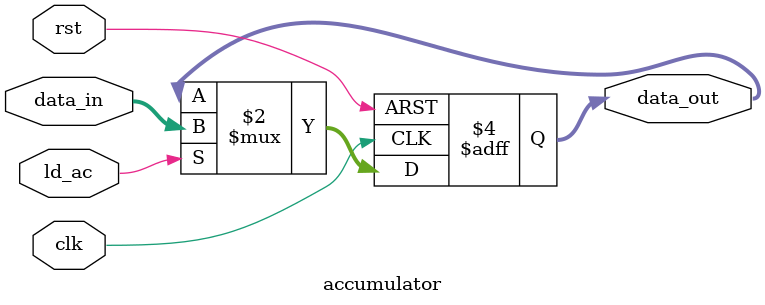
<source format=sv>
`timescale 1ns / 1ps


`timescale 1ns / 100ps

module accumulator (
    input clk,            
    input rst,
    input ld_ac,
    input [7:0] data_in,
    output reg [7:0] data_out
);

always @(posedge clk or posedge rst) begin
    if (rst)
        data_out <= 8'b00000000;
    else if (ld_ac)
        data_out <= data_in;
end

endmodule

</source>
